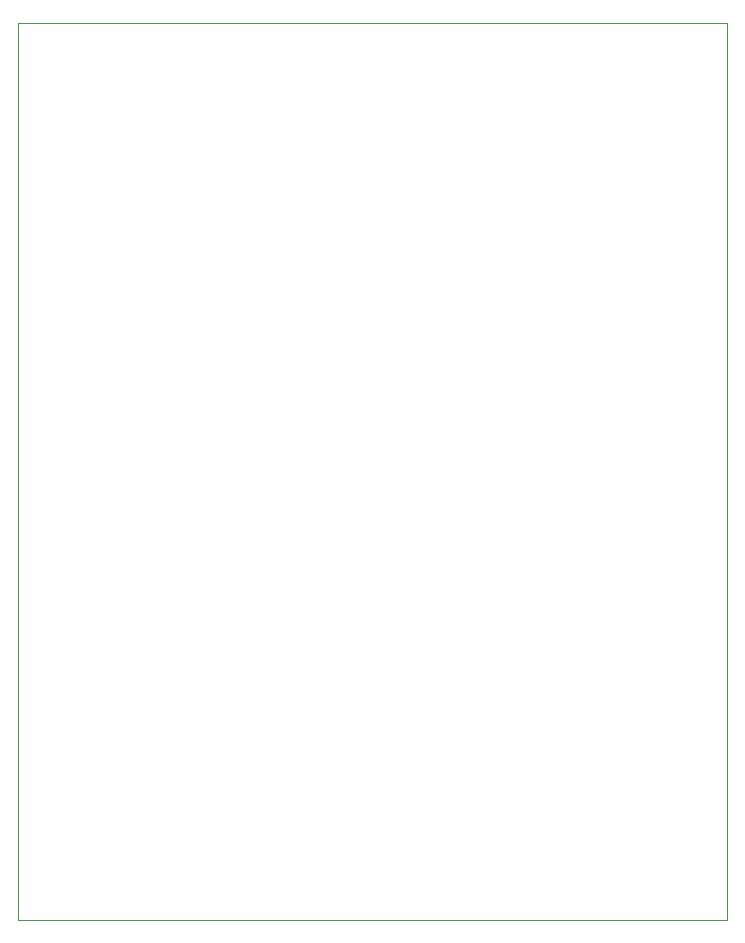
<source format=gm1>
G04 #@! TF.GenerationSoftware,KiCad,Pcbnew,(5.1.10)-1*
G04 #@! TF.CreationDate,2021-10-15T17:24:33+02:00*
G04 #@! TF.ProjectId,Transmitter,5472616e-736d-4697-9474-65722e6b6963,rev?*
G04 #@! TF.SameCoordinates,Original*
G04 #@! TF.FileFunction,Profile,NP*
%FSLAX46Y46*%
G04 Gerber Fmt 4.6, Leading zero omitted, Abs format (unit mm)*
G04 Created by KiCad (PCBNEW (5.1.10)-1) date 2021-10-15 17:24:33*
%MOMM*%
%LPD*%
G01*
G04 APERTURE LIST*
G04 #@! TA.AperFunction,Profile*
%ADD10C,0.050000*%
G04 #@! TD*
G04 APERTURE END LIST*
D10*
X151000000Y-147000000D02*
X151000000Y-71000000D01*
X211000000Y-147000000D02*
X151000000Y-147000000D01*
X211000000Y-71000000D02*
X211000000Y-147000000D01*
X151000000Y-71000000D02*
X211000000Y-71000000D01*
M02*

</source>
